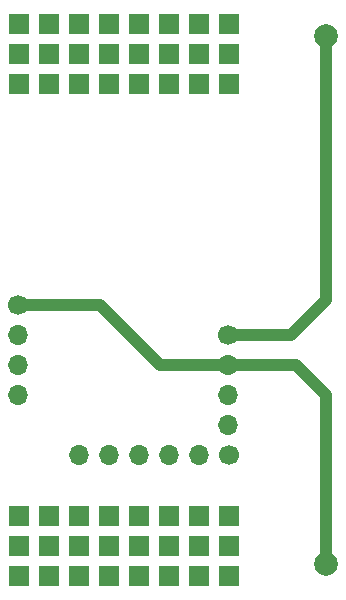
<source format=gtl>
G04 #@! TF.FileFunction,Copper,L1,Top,Signal*
%FSLAX46Y46*%
G04 Gerber Fmt 4.6, Leading zero omitted, Abs format (unit mm)*
G04 Created by KiCad (PCBNEW 4.0.2-stable) date 05.07.2017 20:37:20*
%MOMM*%
G01*
G04 APERTURE LIST*
%ADD10C,0.100000*%
%ADD11R,1.700000X1.700000*%
%ADD12C,1.700000*%
%ADD13O,1.700000X1.700000*%
%ADD14C,2.000000*%
%ADD15C,1.000000*%
G04 APERTURE END LIST*
D10*
D11*
X170942000Y-92392500D03*
X173482000Y-92392500D03*
X176022000Y-92392500D03*
X178562000Y-92392500D03*
X181102000Y-92392500D03*
X183642000Y-92392500D03*
X186182000Y-92392500D03*
X188722000Y-92392500D03*
X170942000Y-89852500D03*
X173482000Y-89852500D03*
X176022000Y-89852500D03*
X178562000Y-89852500D03*
X181102000Y-89852500D03*
X183642000Y-89852500D03*
X186182000Y-89852500D03*
X188722000Y-89852500D03*
X170942000Y-87312500D03*
X173482000Y-87312500D03*
X176022000Y-87312500D03*
X178562000Y-87312500D03*
X181102000Y-87312500D03*
X183642000Y-87312500D03*
X186182000Y-87312500D03*
X188722000Y-87312500D03*
X170942000Y-128905000D03*
X173482000Y-128905000D03*
X176022000Y-128905000D03*
X178562000Y-128905000D03*
X181102000Y-128905000D03*
X183642000Y-128905000D03*
X186182000Y-128905000D03*
X188722000Y-128905000D03*
X170942000Y-131445000D03*
X173482000Y-131445000D03*
X176022000Y-131445000D03*
X178562000Y-131445000D03*
X181102000Y-131445000D03*
X183642000Y-131445000D03*
X186182000Y-131445000D03*
X188722000Y-131445000D03*
X170942000Y-133985000D03*
X173482000Y-133985000D03*
X176022000Y-133985000D03*
X178562000Y-133985000D03*
X181102000Y-133985000D03*
X183642000Y-133985000D03*
X186182000Y-133985000D03*
X188722000Y-133985000D03*
D12*
X170878500Y-111061500D03*
D13*
X170878500Y-113601500D03*
X170878500Y-116141500D03*
X170878500Y-118681500D03*
D12*
X188658500Y-113601500D03*
D13*
X188658500Y-116141500D03*
X188658500Y-118681500D03*
X188658500Y-121221500D03*
D12*
X188722000Y-123761500D03*
D13*
X186182000Y-123761500D03*
X183642000Y-123761500D03*
X181102000Y-123761500D03*
X178562000Y-123761500D03*
X176022000Y-123761500D03*
D14*
X196913500Y-88267000D03*
X196913500Y-132967000D03*
D15*
X196913500Y-132967000D02*
X196913500Y-118681500D01*
X196913500Y-118681500D02*
X194373500Y-116141500D01*
X194373500Y-116141500D02*
X188658500Y-116141500D01*
X188658500Y-116141500D02*
X182880000Y-116141500D01*
X170878500Y-111061500D02*
X177800000Y-111061500D01*
X177800000Y-111061500D02*
X182880000Y-116141500D01*
X188658500Y-113601500D02*
X193992500Y-113601500D01*
X193992500Y-113601500D02*
X196913500Y-110680500D01*
X196913500Y-98996500D02*
X196913500Y-88267000D01*
X196913500Y-110680500D02*
X196913500Y-98996500D01*
M02*

</source>
